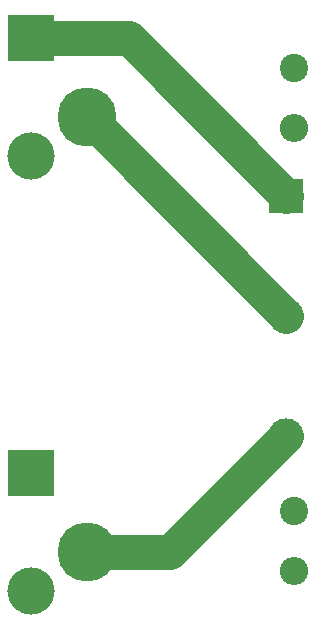
<source format=gbr>
%TF.GenerationSoftware,KiCad,Pcbnew,(5.1.12-1-10_14)*%
%TF.CreationDate,2022-01-05T15:40:26-08:00*%
%TF.ProjectId,SnapInCapStack,536e6170-496e-4436-9170-537461636b2e,3.0*%
%TF.SameCoordinates,Original*%
%TF.FileFunction,Copper,L2,Bot*%
%TF.FilePolarity,Positive*%
%FSLAX46Y46*%
G04 Gerber Fmt 4.6, Leading zero omitted, Abs format (unit mm)*
G04 Created by KiCad (PCBNEW (5.1.12-1-10_14)) date 2022-01-05 15:40:26*
%MOMM*%
%LPD*%
G01*
G04 APERTURE LIST*
%TA.AperFunction,ComponentPad*%
%ADD10R,4.000000X4.000000*%
%TD*%
%TA.AperFunction,ComponentPad*%
%ADD11C,4.000000*%
%TD*%
%TA.AperFunction,ComponentPad*%
%ADD12C,5.000000*%
%TD*%
%TA.AperFunction,ComponentPad*%
%ADD13R,3.000000X3.000000*%
%TD*%
%TA.AperFunction,ComponentPad*%
%ADD14C,3.000000*%
%TD*%
%TA.AperFunction,ComponentPad*%
%ADD15C,2.400000*%
%TD*%
%TA.AperFunction,ComponentPad*%
%ADD16O,2.400000X2.400000*%
%TD*%
%TA.AperFunction,Conductor*%
%ADD17C,3.000000*%
%TD*%
G04 APERTURE END LIST*
D10*
%TO.P,C1,1*%
%TO.N,Net-(C1-Pad1)*%
X127000000Y-62865000D03*
D11*
%TO.P,C1,2*%
%TO.N,Net-(C1-Pad2)*%
X127000000Y-72865000D03*
D12*
X131750000Y-69565000D03*
%TD*%
%TO.P,C2,2*%
%TO.N,Net-(C2-Pad2)*%
X131750000Y-106395000D03*
D11*
X127000000Y-109695000D03*
D10*
%TO.P,C2,1*%
%TO.N,Net-(C1-Pad2)*%
X127000000Y-99695000D03*
%TD*%
D13*
%TO.P,J1,1*%
%TO.N,Net-(C1-Pad1)*%
X148590000Y-76200000D03*
D14*
%TO.P,J1,2*%
%TO.N,Net-(C1-Pad2)*%
X148590000Y-86360000D03*
%TO.P,J1,3*%
%TO.N,Net-(C2-Pad2)*%
X148590000Y-96520000D03*
%TD*%
D15*
%TO.P,R1,1*%
%TO.N,Net-(C1-Pad1)*%
X149225000Y-65405000D03*
D16*
%TO.P,R1,2*%
%TO.N,Net-(C1-Pad2)*%
X149225000Y-70485000D03*
%TD*%
%TO.P,R2,2*%
%TO.N,Net-(C2-Pad2)*%
X149225000Y-107950000D03*
D15*
%TO.P,R2,1*%
%TO.N,Net-(C1-Pad2)*%
X149225000Y-102870000D03*
%TD*%
D17*
%TO.N,Net-(C1-Pad1)*%
X135255000Y-62865000D02*
X148590000Y-76200000D01*
X127000000Y-62865000D02*
X135255000Y-62865000D01*
%TO.N,Net-(C1-Pad2)*%
X131795000Y-69565000D02*
X148590000Y-86360000D01*
X131750000Y-69565000D02*
X131795000Y-69565000D01*
%TO.N,Net-(C2-Pad2)*%
X138715000Y-106395000D02*
X148590000Y-96520000D01*
X131750000Y-106395000D02*
X138715000Y-106395000D01*
%TD*%
M02*

</source>
